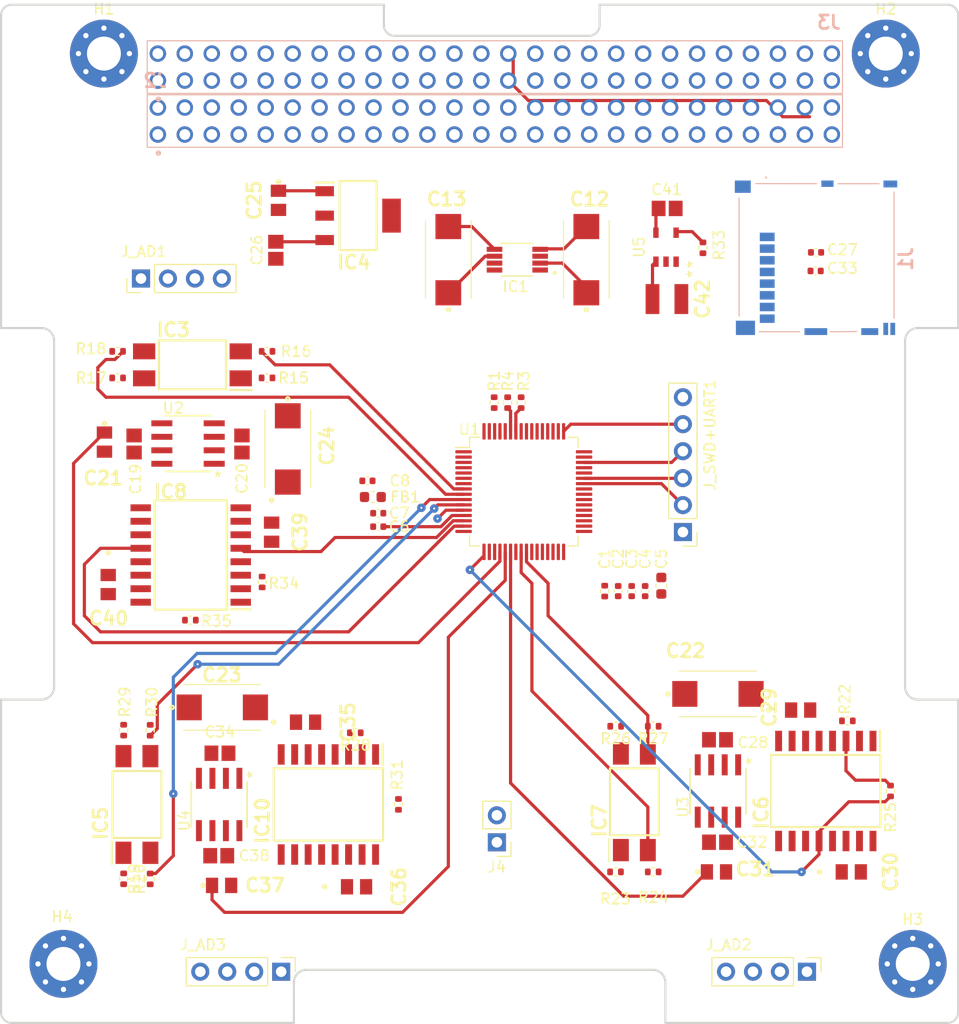
<source format=kicad_pcb>
(kicad_pcb (version 20240108) (generator "pcbnew") (generator_version "8.0")
  (layers (0 "F.Cu" signal) (1 "In1.Cu" power "GND.Cu") (2 "In2.Cu" power "PWR.Cu") (31 "B.Cu" signal) (34 "B.Paste" user) (35 "F.Paste" user) (36 "B.SilkS" user "B.Silkscreen") (37 "F.SilkS" user "F.Silkscreen") (38 "B.Mask" user) (39 "F.Mask" user) (44 "Edge.Cuts" user))
  (net 0 "")
  (net 1 "GND")
  (net 2 "Net-(U1-VDDA)")
  (net 3 "/NRST")
  (net 4 "/HSE_OSC_OUT")
  (net 5 "/HSE_OSC_IN")
  (net 6 "+5V_EXT")
  (net 7 "/SPI2_CS_NSS")
  (net 8 "/SPI2_MOSI")
  (net 9 "/SPI2_SCK")
  (net 10 "/SPI2_MISO")
  (net 11 "ADC1_IN11_OPTO_E_NOSHD")
  (net 13 "/USART1_TX")
  (net 14 "/USART1_RX")
  (net 15 "/SWDIO")
  (net 16 "/SWCLK")
  (net 17 "/BOOT0")
  (net 18 "OBC_I2C_SCL")
  (net 19 "OBC_I2C_SDA")
  (net 23 "-5V Output")
  (net 58 "Net-(C12-+)")
  (net 59 "Net-(C12--)")
  (net 60 "+5V")
  (net 63 "ADC1_IN4_VREF_NOSHD")
  (net 64 "Net-(IC5-AK)")
  (net 65 "Net-(IC5-C)")
  (net 66 "Net-(IC3-AK)")
  (net 100 "ADC1_IN10_OPTO_F_NOSHD")
  (net 101 "Net-(IC3-C)")
  (net 102 "ADC1_IN12_OPTO_F_MEL")
  (net 103 "ADC1_IN13_OPTO_E_MEL")
  (net 104 "ADC1_IN0_SINE")
  (net 106 "ADC1_IN2_OPAMP_MEL")
  (net 107 "ADC1_IN3_OPAMP_AL")
  (net 109 "ADC1_IN5_VREF_MEL")
  (net 110 "ADC1_IN6_VREF_AL")
  (net 111 "ADC1_IN7_VREG_NOSHD")
  (net 112 "ADC1_IN14_OPTO_F_AL")
  (net 113 "Net-(IC6--IN)")
  (net 114 "ADC1_IN8_VREG_MEL")
  (net 115 "ADC1_IN9_VREG_AL")
  (net 116 "3.3V Output")
  (net 127 "Net-(IC7-AK)")
  (net 128 "ADC1_IN15_OPTO_E_AL")
  (net 129 "Net-(IC7-C)")
  (net 132 "Net-(IC8--IN)")
  (net 139 "ADC1_IN1_OPAMP_NOSHD")
  (net 145 "Net-(IC10--IN)")
  (net 163 "Net-(U5-EN{slash}*EN)")
  (net 164 "MOSFET_CONTROL")
  (net 218 "SIG_SQUARE")
  (footprint "Resistor_SMD:R_0402_1005Metric" (layer "F.Cu") (at 110.386 109.574)
    (property "Reference" "R35")
    (property "Value" "1k")
  )
  (footprint "Resistor_SMD:R_0402_1005Metric" (layer "F.Cu") (at 153.99 119.568 180)
    (property "Reference" "R27")
    (property "Value" "100")
  )
  (footprint "Resistor_SMD:R_0402_1005Metric" (layer "F.Cu") (at 117.146 105.981 90)
    (property "Reference" "R34")
    (property "Value" "100k")
  )
  (footprint "Inductor_SMD:L_0603_1608Metric" (layer "F.Cu") (at 127.576 97.978 180)
    (property "Reference" "FB1")
    (property "Value" "FerriteBead")
  )
  (footprint "capstone:SOP254P1016X385-4N-FOD" (layer "F.Cu") (at 105.351 126.934 90)
    (property "Reference" "IC5")
    (property "Value" "FOD814_OPTO_MEL" (hide yes))
  )
  (footprint "capstone:CAPC220145_88N_KEM-0.1u" (layer "F.Cu") (at 113.171201 122.108)
    (property "Reference" "C34")
    (property "Value" "0.1u")
  )
  (footprint "Resistor_SMD:R_0402_1005Metric" (layer "F.Cu") (at 153.99 133.284)
    (property "Reference" "R24")
    (property "Value" "47")
  )
  (footprint "Connector_PinHeader_2.54mm:PinHeader_1x02_P2.54mm_Vertical" (layer "F.Cu") (at 139.26 130.495 180)
    (property "Reference" "J4")
    (property "Value" "Conn_01x02")
  )
  (footprint "capstone:T495D" (layer "F.Cu") (at 119.562 93.451402 -90)
    (property "Reference" "C24")
    (property "Value" "10u" (hide yes))
  )
  (footprint "capstone:CAPC220145_88N_KEM-0.1u" (layer "F.Cu") (at 113.057201 131.76)
    (property "Reference" "C38")
    (property "Value" "0.1u")
  )
  (footprint "capstone:C0805-0.22u" (layer "F.Cu") (at 118.038 101.291 -90)
    (property "Reference" "C39")
    (property "Value" "0.22u" (hide yes))
  )
  (footprint "Resistor_SMD:R_0402_1005Metric" (layer "F.Cu") (at 117.608 86.762)
    (property "Reference" "R15")
    (property "Value" "820")
  )
  (footprint "Resistor_SMD:R_0402_1005Metric" (layer "F.Cu") (at 129.989 126.924 90)
    (property "Reference" "R31")
    (property "Value" "1k")
  )
  (footprint "capstone:C0805-1u" (layer "F.Cu") (at 102.29 92.805402 -90)
    (property "Reference" "C21")
    (property "Value" "1u" (hide yes))
  )
  (footprint "capstone:CAPC220145_88N_KEM-0.1u" (layer "F.Cu") (at 118.436 74.740799 -90)
    (property "Reference" "C26")
    (property "Value" "0.1u")
  )
  (footprint "Resistor_SMD:R_0402_1005Metric" (layer "F.Cu") (at 172.282 119.06 180)
    (property "Reference" "R22")
    (property "Value" "100k")
  )
  (footprint "capstone:CAPC220145_88N_KEM-0.1u" (layer "F.Cu") (at 160.047201 130.49)
    (property "Reference" "C32")
    (property "Value" "0.1u")
  )
  (footprint "capstone:C0805-0.22u" (layer "F.Cu") (at 102.646 106.224 -90)
    (property "Reference" "C40")
    (property "Value" "0.22u" (hide yes))
  )
  (footprint "Resistor_SMD:R_0402_1005Metric" (layer "F.Cu") (at 103.53 86.762 180)
    (property "Reference" "R17")
    (property "Value" "100")
  )
  (footprint "capstone:R_8_ADI-REF" (layer "F.Cu") (at 160.088 125.664 -90)
    (property "Reference" "U3")
    (property "Value" "REF192_AL")
  )
  (footprint "Connector_PinHeader_2.54mm:PinHeader_1x04_P2.54mm_Vertical" (layer "F.Cu") (at 118.94 142.682 -90)
    (property "Reference" "J_AD3")
    (property "Value" "Conn_01x04")
  )
  (footprint "Resistor_SMD:R_0402_1005Metric" (layer "F.Cu") (at 149.42 106.84 90)
    (property "Reference" "C1")
    (property "Value" "100n")
  )
  (footprint "Resistor_SMD:R_0402_1005Metric" (layer "F.Cu") (at 150.438 133.284 180)
    (property "Reference" "R23")
    (property "Value" "820")
  )
  (footprint "Resistor_SMD:R_0402_1005Metric" (layer "F.Cu") (at 125.923 120.184 180)
    (property "Reference" "R28")
    (property "Value" "100k")
  )
  (footprint "Capacitor_SMD:C_0402_1005Metric" (layer "F.Cu") (at 151.96 106.84 90)
    (property "Reference" "C3")
    (property "Value" "100n")
  )
  (footprint "Capacitor_SMD:C_0402_1005Metric" (layer "F.Cu") (at 127.068 96.454)
    (property "Reference" "C8")
    (property "Value" "1u")
  )
  (footprint "Package_QFP:LQFP-64_10x10mm_P0.5mm" (layer "F.Cu") (at 141.8 97.47)
    (property "Reference" "U1")
    (property "Value" "STM32F103RBTx")
  )
  (footprint "Capacitor_SMD:C_0402_1005Metric" (layer "F.Cu") (at 128.084 99.502 180)
    (property "Reference" "C7")
    (property "Value" "1u")
  )
  (footprint "capstone:T495D" (layer "F.Cu") (at 147.688 75.626 90)
    (property "Reference" "C12")
    (property "Value" "10u" (hide yes))
  )
  (footprint "capstone:R_8_ADI-REF" (layer "F.Cu") (at 110.164 92.943402 180)
    (property "Reference" "U2")
    (property "Value" "REF192_NOSHD")
  )
  (footprint "Resistor_SMD:R_0402_1005Metric" (layer "F.Cu") (at 139.006 89.09 90)
    (property "Reference" "R1")
    (property "Value" "2.2k")
  )
  (footprint "Resistor_SMD:R_0402_1005Metric" (layer "F.Cu") (at 106.601 119.944 -90)
    (property "Reference" "R30")
    (property "Value" "100")
  )
  (footprint "Resistor_SMD:R_0402_1005Metric" (layer "F.Cu") (at 150.454 119.568 180)
    (property "Reference" "R26")
    (property "Value" "100")
  )
  (footprint "Capacitor_SMD:C_0402_1005Metric" (layer "F.Cu") (at 169.33 74.94)
    (property "Reference" "C27")
    (property "Value" "100n")
  )
  (footprint "capstone:C0805" (layer "F.Cu") (at 118.686 70.038 -90)
    (property "Reference" "C25")
    (property "Value" "0.33u" (hide yes))
  )
  (footprint "MountingHole:MountingHole_3.2mm_M3_Pad_Via" (layer "F.Cu") (at 178.44 141.95)
    (property "Reference" "H3")
    (property "Value" "MountingHole_Pad" (hide yes))
  )
  (footprint "capstone:T495D" (layer "F.Cu") (at 134.688 75.626 90)
    (property "Reference" "C13")
    (property "Value" "10u" (hide yes))
  )
  (footprint "MountingHole:MountingHole_3.2mm_M3_Pad_Via" (layer "F.Cu") (at 98.43 141.95)
    (property "Reference" "H4")
    (property "Value" "MountingHole_Pad" (hide yes))
  )
  (footprint "capstone:SOP65P490X110-8N-actual" (layer "F.Cu") (at 141.188 75.626 180)
    (property "Reference" "IC1")
    (property "Value" "TL7660IDGKR")
  )
  (footprint "capstone:CAPC3225X280N_150U" (layer "F.Cu") (at 155.282002 79.336)
    (property "Reference" "C42")
    (property "Value" "150u" (hide yes))
  )
  (footprint "MountingHole:MountingHole_3.2mm_M3_Pad_Via" (layer "F.Cu") (at 102.24 56.22)
    (property "Reference" "H1")
    (property "Value" "MountingHole_Pad" (hide yes))
  )
  (footprint "capstone:CAPC220145_88N_KEM-0.1u" (layer "F.Cu") (at 160.047201 120.838)
    (property "Reference" "C28")
    (property "Value" "0.1u")
  )
  (footprint "capstone:SOIC127P1032X265-16N-AD844" (layer "F.Cu") (at 123.385 126.934 -90)
    (property "Reference" "IC10")
    (property "Value" "AD844_OPAMP_MEL" (hide yes))
  )
  (footprint "Resistor_SMD:R_0402_1005Metric" (layer "F.Cu") (at 106.601 133.944 -90)
    (property "Reference" "R20")
    (property "Value" "47")
  )
  (footprint "capstone:SOIC127P1032X265-16N-AD844" (layer "F.Cu") (at 110.418 103.439 180)
    (property "Reference" "IC8")
    (property "Value" "AD844_OPAMP_NOSHD" (hide yes))
  )
  (footprint "Resistor_SMD:R_0402_1005Metric" (layer "F.Cu") (at 141.546 89.09 -90)
    (property "Reference" "R3")
    (property "Value" "2.2k")
  )
  (footprint "Capacitor_SMD:C_0402_1005Metric" (layer "F.Cu") (at 150.69 106.84 90)
    (property "Reference" "C2")
    (property "Value" "100n")
  )
  (footprint "capstone:T495D" (layer "F.Cu") (at 113.394 117.79)
    (property "Reference" "C23")
    (property "Value" "10u" (hide yes))
  )
  (footprint "capstone:CAPC220145_88N_KEM-0.1u" (layer "F.Cu") (at 155.302799 70.8)
    (property "Reference" "C41")
    (property "Value" "0.1u")
  )
  (footprint "Resistor_SMD:R_0402_1005Metric" (layer "F.Cu") (at 104.101 133.934 -90)
    (property "Reference" "R19")
    (property "Value" "820")
  )
  (footprint "Resistor_SMD:R_0402_1005Metric" (layer "F.Cu") (at 117.608 84.262)
    (property "Reference" "R16")
    (property "Value" "47")
  )
  (footprint "Resistor_SMD:R_0402_1005Metric" (layer "F.Cu") (at 176.344 125.664 90)
    (property "Reference" "R25")
    (property "Value" "1k")
  )
  (footprint "Resistor_SMD:R_0402_1005Metric" (layer "F.Cu") (at 158.674002 74.51 90)
    (property "Reference" "R33")
    (property "Value" "200")
  )
  (footprint "capstone:SOT230P700X180-4N" (layer "F.Cu") (at 126.186 71.478893)
    (property "Reference" "IC4")
    (property "Value" "UA78M33CDCYG3" (hide yes))
  )
  (footprint "capstone:R_8_ADI-REF" (layer "F.Cu") (at 113.098 126.934 -90)
    (property "Reference" "U4")
    (property "Value" "REF192_MEL")
  )
  (footprint "capstone:SOP254P1016X385-4N-FOD" (layer "F.Cu") (at 110.58 85.532 180)
    (property "Reference" "IC3")
    (property "Value" "FOD814_OPTO_NOSHD" (hide yes))
  )
  (footprint "Resistor_SMD:R_0402_1005Metric" (layer "F.Cu") (at 104.101 119.934 90)
    (property "Reference" "R29")
    (property "Value" "100")
  )
  (footprint "Connector_PinHeader_2.54mm:PinHeader_1x04_P2.54mm_Vertical" (layer "F.Cu") (at 168.47 142.682 -90)
    (property "Reference" "J_AD2")
    (property "Value" "Conn_01x04")
  )
  (footprint "capstone:SOIC127P1032X265-16N-AD844" (layer "F.Cu") (at 170.248 125.664 -90)
    (property "Reference" "IC6")
    (property "Value" "AD844_OPAMP_AL" (hide yes))
  )
  (footprint "capstone:T495D" (layer "F.Cu") (at 160.088 116.52)
    (property "Reference" "C22")
    (property "Value" "10u" (hide yes))
  )
  (footprint "Connector_PinHeader_2.54mm:PinHeader_1x04_P2.54mm_Vertical" (layer "F.Cu") (at 105.732 77.404 90)
    (property "Reference" "J_AD1")
    (property "Value" "Conn_01x04")
  )
  (footprint "capstone:DBV5_TEX_MF" (layer "F.Cu") (at 155.196001 74.45125 90)
    (property "Reference" "U5")
    (property "Value" "TPS2069CDBVR_MOSFET")
  )
  (footprint "Connector_PinHeader_2.54mm:PinHeader_1x06_P2.54mm_Vertical" (layer "F.Cu") (at 156.786 101.28 180)
    (property "Reference" "J_SWD+UART1")
    (property "Value" "Conn_01x06")
  )
  (footprint "capstone:SOP254P1016X385-4N-FOD" (layer "F.Cu") (at 152.214 126.68 90)
    (property "Reference" "IC7")
    (property "Value" "FOD814_OPTO_AL" (hide yes))
  )
  (footprint "MountingHole:MountingHole_3.2mm_M3_Pad_Via" (layer "F.Cu") (at 175.9 56.22)
    (property "Reference" "H2")
    (property "Value" "MountingHole_Pad" (hide yes))
  )
  (footprint "capstone:C0805-0.22u" (layer "F.Cu") (at 167.879 118.044)
    (property "Reference" "C29")
    (property "Value" "0.22u" (hide yes))
  )
  (footprint "Capacitor_SMD:C_0402_1005Metric" (layer "F.Cu") (at 128.084 100.772 180)
    (property "Reference" "C6")
    (property "Value" "100n")
  )
  (footprint "Capacitor_SMD:C_0603_1608Metric" (layer "F.Cu") (at 154.754 106.331 90)
    (property "Reference" "C5")
    (property "Value" "10u")
  )
  (footprint "capstone:CAPC220145_88N_KEM-0.1u" (layer "F.Cu") (at 115.244 92.984201 -90)
    (property "Reference" "C20")
    (property "Value" "0.1u")
  )
  (footprint "capstone:C0805-1u" (layer "F.Cu") (at 159.95 133.284)
    (property "Reference" "C31")
    (property "Value" "1u" (hide yes))
  )
  (footprint "capstone:CAPC220145_88N_KEM-0.1u" (layer "F.Cu") (at 105.084 92.984201 -90)
    (property "Reference" "C19")
    (property "Value" "0.1u")
  )
  (footprint "capstone:C0805-0.22u" (layer "F.Cu") (at 121.237 119.184)
    (property "Reference" "C35")
    (property "Value" "0.22u" (hide yes))
  )
  (footprint "Capacitor_SMD:C_0402_1005Metric" (layer "F.Cu") (at 153.23 106.84 90)
    (property "Reference" "C4")
    (property "Value" "100n")
  )
  (footprint "capstone:C0805-0.22u" (layer "F.Cu") (at 126.041 134.684)
    (property "Reference" "C36")
    (property "Value" "0.22u" (hide yes))
  )
  (footprint "Resistor_SMD:R_0402_1005Metric" (layer "F.Cu") (at 140.276 89.09 -90)
    (property "Reference" "R4")
    (property "Value" "2.2k")
  )
  (footprint "Capacitor_SMD:C_0402_1005Metric" (layer "F.Cu") (at 169.29 76.69)
    (property "Reference" "C33")
    (property "Value" "1u")
  )
  (footprint "capstone:C0805-0.22u" (layer "F.Cu") (at 172.65 133.284)
    (property "Reference" "C30")
    (property "Value" "0.22u" (hide yes))
  )
  (footprint "capstone:C0805-1u" (layer "F.Cu") (at 113.328 134.554)
    (property "Reference" "C37")
    (property "Value" "1u" (hide yes))
  )
  (footprint "Resistor_SMD:R_0402_1005Metric" (layer "F.Cu") (at 103.53 84.262)
    (property "Reference" "R18")
    (property "Value" "100")
  )
  (footprint "capstone:ESQ-126-Y-X-D" (layer "B.Cu") (at 107.32 63.84 180)
    (property "Reference" "J2")
    (property "Value" "ESQ-126-39-L-D" (hide yes))
  )
  (footprint "capstone:ESQ-126-Y-X-D" (layer "B.Cu") (at 107.32 58.76 180)
    (property "Reference" "J3")
    (property "Value" "ESQ-126-39-L-D" (hide yes))
  )
  (footprint "capstone:22017781" (layer "B.Cu") (at 169.38 77.3575 90)
    (property "Reference" "J1")
    (property "Value" "Micro_SD_Card" (hide yes))
  )
  (gr_line (start 182.72 117.06) (end 182.72 146.505) (stroke (width 0.2)) (layer "Edge.Cuts"))
  (gr_arc (start 148.94 53.545) (mid 148.647107 54.252107) (end 147.94 54.545) (stroke (width 0.2)) (layer "Edge.Cuts"))
  (gr_line (start 96.35 117.06) (end 92.55 117.06) (stroke (width 0.2)) (layer "Edge.Cuts"))
  (gr_arc (start 93.55 147.505) (mid 92.842893 147.212107) (end 92.55 146.505) (stroke (width 0.2)) (layer "Edge.Cuts"))
  (gr_line (start 92.55 82.06) (end 92.55 52.615) (stroke (width 0.2)) (layer "Edge.Cuts"))
  (gr_arc (start 97.55 115.86) (mid 97.19517 116.70517) (end 96.35 117.06) (stroke (width 0.2)) (layer "Edge.Cuts"))
  (gr_line (start 147.94 54.545) (end 129.62 54.545) (stroke (width 0.2)) (layer "Edge.Cuts"))
  (gr_line (start 178.92 117.06) (end 182.72 117.06) (stroke (width 0.2)) (layer "Edge.Cuts"))
  (gr_line (start 120.135 147.505) (end 93.55 147.505) (stroke (width 0.2)) (layer "Edge.Cuts"))
  (gr_arc (start 178.92 117.059959) (mid 178.071904 116.704554) (end 177.72 115.855) (stroke (width 0.2)) (layer "Edge.Cuts"))
  (gr_line (start 93.55 51.615) (end 128.62 51.615) (stroke (width 0.2)) (layer "Edge.Cuts"))
  (gr_arc (start 182.72 146.505) (mid 182.427107 147.212107) (end 181.72 147.505) (stroke (width 0.2)) (layer "Edge.Cuts"))
  (gr_line (start 128.62 53.545) (end 128.62 51.615) (stroke (width 0.2)) (layer "Edge.Cuts"))
  (gr_line (start 182.72 52.615) (end 182.72 82.06) (stroke (width 0.2)) (layer "Edge.Cuts"))
  (gr_line (start 177.72 83.255) (end 177.72 115.855) (stroke (width 0.2)) (layer "Edge.Cuts"))
  (gr_arc (start 181.72 51.615) (mid 182.427107 51.907893) (end 182.72 52.615) (stroke (width 0.2)) (layer "Edge.Cuts"))
  (gr_line (start 182.72 82.06) (end 178.92 82.06) (stroke (width 0.2)) (layer "Edge.Cuts"))
  (gr_arc (start 153.94 142.505) (mid 154.786028 142.857507) (end 155.135 143.705) (stroke (width 0.2)) (layer "Edge.Cuts"))
  (gr_arc (start 120.135 143.705) (mid 120.488972 142.855436) (end 121.34 142.505) (stroke (width 0.2)) (layer "Edge.Cuts"))
  (gr_line (start 148.94 51.615) (end 148.94 53.545) (stroke (width 0.2)) (layer "Edge.Cuts"))
  (gr_line (start 97.55 115.86) (end 97.55 83.26) (stroke (width 0.2)) (layer "Edge.Cuts"))
  (gr_line (start 155.135 147.505) (end 155.135 143.705) (stroke (width 0.2)) (layer "Edge.Cuts"))
  (gr_arc (start 177.72 83.255) (mid 178.072507 82.408972) (end 178.92 82.06) (stroke (width 0.2)) (layer "Edge.Cuts"))
  (gr_line (start 120.135 143.705) (end 120.135 147.505) (stroke (width 0.2)) (layer "Edge.Cuts"))
  (gr_line (start 181.72 147.505) (end 155.135 147.505) (stroke (width 0.2)) (layer "Edge.Cuts"))
  (gr_line (start 92.55 82.06) (end 96.35 82.06) (stroke (width 0.2)) (layer "Edge.Cuts"))
  (gr_line (start 92.55 146.505) (end 92.55 117.06) (stroke (width 0.2)) (layer "Edge.Cuts"))
  (gr_arc (start 96.332964 82.060084) (mid 97.190768 82.407215) (end 97.55 83.26) (stroke (width 0.2)) (layer "Edge.Cuts"))
  (gr_line (start 153.94 142.505) (end 121.34 142.505) (stroke (width 0.2)) (layer "Edge.Cuts"))
  (gr_arc (start 92.55 52.615) (mid 92.842893 51.907893) (end 93.55 51.615) (stroke (width 0.2)) (layer "Edge.Cuts"))
  (gr_arc (start 129.62 54.545) (mid 128.912893 54.252107) (end 128.62 53.545) (stroke (width 0.2)) (layer "Edge.Cuts"))
  (gr_line (start 148.94 51.615) (end 181.72 51.615) (stroke (width 0.2)) (layer "Edge.Cuts"))
  (segment (start 134.688 78.746) (end 134.718 78.746) (width 0.3) (layer "F.Cu") (net 1))
  (segment (start 134.462 99.22) (end 133.672 100.01) (width 0.3) (layer "F.Cu") (net 1))
  (segment (start 134.718 78.746) (end 138.163 75.301) (width 0.3) (layer "F.Cu") (net 1))
  (segment (start 138.163 75.301) (end 139.038 75.301) (width 0.3) (layer "F.Cu") (net 1))
  (segment (start 136.125 99.22) (end 134.462 99.22) (width 0.3) (layer "F.Cu") (net 1))
  (via (at 133.672 100.01) (size 0.8) (drill 0.2) (layers "F.Cu" "B.Cu") (net 1))
  (segment (start 133.989219 100.772) (end 128.564 100.772) (width 0.3) (layer "F.Cu") (net 2))
  (segment (start 135.041219 99.72) (end 133.989219 100.772) (width 0.3) (layer "F.Cu") (net 2))
  (segment (start 136.125 99.72) (end 135.041219 99.72) (width 0.3) (layer "F.Cu") (net 2))
  (segment (start 154.246 73.086) (end 154.246 71.054) (width 0.3) (layer "F.Cu") (net 6))
  (segment (start 164.66 60.64) (end 142.231786 60.64) (width 0.3) (layer "F.Cu") (net 6))
  (segment (start 142.231786 60.64) (end 140.798893 59.207107) (width 0.3) (layer "F.Cu") (net 6))
  (segment (start 154.246 71.054) (end 154.5 70.8) (width 0.3) (layer "F.Cu") (net 6))
  (segment (start 118.686 69.138) (end 122.995107 69.138) (width 0.3) (layer "F.Cu") (net 6))
  (segment (start 122.995107 69.138) (end 123.036 69.178893) (width 0.3) (layer "F.Cu") (net 6))
  (segment (start 140.798893 56.667107) (end 140.798893 59.207107) (width 0.3) (layer "F.Cu") (net 6))
  (segment (start 166.184 62.164) (end 168.724 62.164) (width 0.3) (layer "F.Cu") (net 6))
  (segment (start 166.184 62.164) (end 164.66 60.64) (width 0.3) (layer "F.Cu") (net 6))
  (segment (start 125.29 88.58) (end 102.43 88.58) (width 0.3) (layer "F.Cu") (net 11))
  (segment (start 102.43 85.024) (end 103.278 85.024) (width 0.3) (layer "F.Cu") (net 11))
  (segment (start 101.668 87.818) (end 101.668 85.786) (width 0.3) (layer "F.Cu") (net 11))
  (segment (start 102.43 88.58) (end 101.668 87.818) (width 0.3) (layer "F.Cu") (net 11))
  (segment (start 103.278 85.024) (end 104.04 84.262) (width 0.3) (layer "F.Cu") (net 11))
  (segment (start 101.668 85.786) (end 102.43 85.024) (width 0.3) (layer "F.Cu") (net 11))
  (segment (start 134.43 97.72) (end 125.29 88.58) (width 0.3) (layer "F.Cu") (net 11))
  (segment (start 136.125 97.72) (end 134.43 97.72) (width 0.3) (layer "F.Cu") (net 11))
  (segment (start 156.786 98.74) (end 154.766 96.72) (width 0.3) (layer "F.Cu") (net 13))
  (segment (start 154.766 96.72) (end 147.475 96.72) (width 0.3) (layer "F.Cu") (net 13))
  (segment (start 156.766 96.22) (end 147.475 96.22) (width 0.3) (layer "F.Cu") (net 14))
  (segment (start 156.786 96.2) (end 156.766 96.22) (width 0.3) (layer "F.Cu") (net 14))
  (segment (start 156.786 93.66) (end 155.726 94.72) (width 0.3) (layer "F.Cu") (net 15))
  (segment (start 155.726 94.72) (end 147.475 94.72) (width 0.3) (layer "F.Cu") (net 15))
  (segment (start 156.786 91.12) (end 146.225 91.12) (width 0.3) (layer "F.Cu") (net 16))
  (segment (start 146.225 91.12) (end 145.55 91.795) (width 0.3) (layer "F.Cu") (net 16))
  (segment (start 141.05 91.795) (end 141.05 90.096) (width 0.3) (layer "F.Cu") (net 18))
  (segment (start 141.05 90.096) (end 141.546 89.6) (width 0.3) (layer "F.Cu") (net 18))
  (segment (start 140.55 89.874) (end 140.276 89.6) (width 0.3) (layer "F.Cu") (net 19))
  (segment (start 140.55 91.795) (end 140.55 89.874) (width 0.3) (layer "F.Cu") (net 19))
  (segment (start 136.893 72.506) (end 139.038 74.651) (width 0.3) (layer "F.Cu") (net 23))
  (segment (start 134.688 72.506) (end 136.893 72.506) (width 0.3) (layer "F.Cu") (net 23))
  (segment (start 145.427 75.951) (end 147.688 78.212) (width 0.3) (layer "F.Cu") (net 58))
  (segment (start 147.688 78.212) (end 147.688 78.746) (width 0.3) (layer "F.Cu") (net 58))
  (segment (start 143.338 75.951) (end 145.427 75.951) (width 0.3) (layer "F.Cu") (net 58))
  (segment (start 143.379 74.61) (end 145.584 74.61) (width 0.3) (layer "F.Cu") (net 59))
  (segment (start 145.584 74.61) (end 147.688 72.506) (width 0.3) (layer "F.Cu") (net 59))
  (segment (start 143.338 74.651) (end 143.379 74.61) (width 0.3) (layer "F.Cu") (net 59))
  (segment (start 153.922002 79.336) (end 153.922002 76.140498) (width 0.3) (layer "F.Cu") (net 60))
  (segment (start 153.922002 76.140498) (end 154.246 75.8165) (width 0.3) (layer "F.Cu") (net 60))
  (segment (start 139.55 103.145) (end 139.55 104.021041) (width 0.3) (layer "F.Cu") (net 63))
  (segment (start 139.55 104.021041) (end 131.877041 111.694) (width 0.3) (layer "F.Cu") (net 63))
  (segment (start 99.382 109.916) (end 99.382 94.813402) (width 0.3) (layer "F.Cu") (net 63))
  (segment (start 99.382 94.813402) (end 102.29 91.905402) (width 0.3) (layer "F.Cu") (net 63))
  (segment (start 131.877041 111.694) (end 101.16 111.694) (width 0.3) (layer "F.Cu") (net 63))
  (segment (start 101.16 111.694) (end 99.382 109.916) (width 0.3) (layer "F.Cu") (net 63))
  (segment (start 118.368 85.532) (end 117.098 84.262) (width 0.3) (layer "F.Cu") (net 100))
  (segment (start 135.2 97.22) (end 123.512 85.532) (width 0.3) (layer "F.Cu") (net 100))
  (segment (start 136.125 97.22) (end 135.2 97.22) (width 0.3) (layer "F.Cu") (net 100))
  (segment (start 123.512 85.532) (end 118.368 85.532) (width 0.3) (layer "F.Cu") (net 100))
  (segment (start 107.106 133.434) (end 106.601 133.434) (width 0.3) (layer "F.Cu") (net 102))
  (segment (start 108.78 125.918) (end 108.78 131.76) (width 0.3) (layer "F.Cu") (net 102))
  (segment (start 136.125 98.22) (end 132.922 98.22) (width 0.3) (layer "F.Cu") (net 102))
  (segment (start 132.922 98.22) (end 132.148 98.994) (width 0.3) (layer "F.Cu") (net 102))
  (segment (start 108.78 131.76) (end 107.106 133.434) (width 0.3) (layer "F.Cu") (net 102))
  (via (at 108.78 125.918) (size 0.8) (drill 0.2) (layers "F.Cu" "B.Cu") (net 102))
  (via (at 132.148 98.994) (size 0.8) (drill 0.2) (layers "F.Cu" "B.Cu") (net 102))
  (segment (start 108.78 114.951339) (end 108.78 125.918) (width 0.3) (layer "B.Cu") (net 102))
  (segment (start 118.432 112.71) (end 111.021339 112.71) (width 0.3) (layer "B.Cu") (net 102))
  (segment (start 111.021339 112.71) (end 108.78 114.951339) (width 0.3) (layer "B.Cu") (net 102))
  (segment (start 132.148 98.994) (end 118.432 112.71) (width 0.3) (layer "B.Cu") (net 102))
  (segment (start 107.271 119.784) (end 106.601 120.454) (width 0.3) (layer "F.Cu") (net 103))
  (segment (start 136.125 98.72) (end 133.697719 98.72) (width 0.3) (layer "F.Cu") (net 103))
  (segment (start 107.271 117.521) (end 107.271 119.784) (width 0.3) (layer "F.Cu") (net 103))
  (segment (start 111.066 113.726) (end 107.271 117.521) (width 0.3) (layer "F.Cu") (net 103))
  (segment (start 133.697719 98.72) (end 133.35593 99.061789) (width 0.3) (layer "F.Cu") (net 103))
  (via (at 111.066 113.726) (size 0.8) (drill 0.2) (layers "F.Cu" "B.Cu") (net 103))
  (via (at 133.35593 99.061789) (size 0.8) (drill 0.2) (layers "F.Cu" "B.Cu") (net 103))
  (segment (start 118.691719 113.726) (end 111.066 113.726) (width 0.3) (layer "B.Cu") (net 103))
  (segment (start 133.35593 99.061789) (end 118.691719 113.726) (width 0.3) (layer "B.Cu") (net 103))
  (segment (start 136.125 100.22) (end 135.145089 100.22) (width 0.3) (layer "F.Cu") (net 104))
  (segment (start 135.145089 100.22) (end 133.577089 101.788) (width 0.3) (layer "F.Cu") (net 104))
  (segment (start 133.577089 101.788) (end 124.02 101.788) (width 0.3) (layer "F.Cu") (net 104))
  (segment (start 122.692 103.116) (end 115.442 103.116) (width 0.3) (layer "F.Cu") (net 104))
  (segment (start 115.442 103.116) (end 115.13 102.804) (width 0.3) (layer "F.Cu") (net 104))
  (segment (start 124.02 101.788) (end 122.692 103.116) (width 0.3) (layer "F.Cu") (net 104))
  (segment (start 169.613 129.4845) (end 172.4175 126.68) (width 0.3) (layer "F.Cu") (net 107))
  (segment (start 167.962 133.284) (end 169.613 131.633) (width 0.3) (layer "F.Cu") (net 107))
  (segment (start 175.838 126.68) (end 176.344 126.174) (width 0.3) (layer "F.Cu") (net 107))
  (segment (start 138.05 103.506) (end 136.72 104.836) (width 0.3) (layer "F.Cu") (net 107))
  (segment (start 138.05 103.145) (end 138.05 103.506) (width 0.3) (layer "F.Cu") (net 107))
  (segment (start 172.4175 126.68) (end 175.838 126.68) (width 0.3) (layer "F.Cu") (net 107))
  (segment (start 169.613 130.376) (end 169.613 129.4845) (width 0.3) (layer "F.Cu") (net 107))
  (segment (start 169.613 131.633) (end 169.613 130.376) (width 0.3) (layer "F.Cu") (net 107))
  (via (at 167.962 133.284) (size 0.8) (drill 0.2) (layers "F.Cu" "B.Cu") (net 107))
  (via (at 136.72 104.836) (size 0.8) (drill 0.2) (layers "F.Cu" "B.Cu") (net 107))
  (segment (start 136.72 104.836) (end 165.168 133.284) (width 0.3) (layer "B.Cu") (net 107))
  (segment (start 165.168 133.284) (end 167.962 133.284) (width 0.3) (layer "B.Cu") (net 107))
  (segment (start 130.37 137.094) (end 113.606 137.094) (width 0.3) (layer "F.Cu") (net 109))
  (segment (start 140.05 103.145) (end 140.05 105.824) (width 0.3) (layer "F.Cu") (net 109))
  (segment (start 140.05 105.824) (end 134.688 111.186) (width 0.3) (layer "F.Cu") (net 109))
  (segment (start 113.606 137.094) (end 112.428 135.916) (width 0.3) (layer "F.Cu") (net 109))
  (segment (start 134.688 111.186) (end 134.688 132.776) (width 0.3) (layer "F.Cu") (net 109))
  (segment (start 112.428 135.916) (end 112.428 134.554) (width 0.3) (layer "F.Cu") (net 109))
  (segment (start 134.688 132.776) (end 130.37 137.094) (width 0.3) (layer "F.Cu") (net 109))
  (segment (start 159.05 133.306) (end 156.786 135.57) (width 0.3) (layer "F.Cu") (net 110))
  (segment (start 156.786 135.57) (end 151.208106 135.57) (width 0.3) (layer "F.Cu") (net 110))
  (segment (start 159.05 133.284) (end 159.05 133.306) (width 0.3) (layer "F.Cu") (net 110))
  (segment (start 140.55 124.911894) (end 140.55 103.145) (width 0.3) (layer "F.Cu") (net 110))
  (segment (start 151.208106 135.57) (end 140.55 124.911894) (width 0.3) (layer "F.Cu") (net 110))
  (segment (start 142.562 116.248) (end 153.484 127.17) (width 0.3) (layer "F.Cu") (net 112))
  (segment (start 153.484 127.17) (end 153.484 131.23) (width 0.3) (layer "F.Cu") (net 112))
  (segment (start 141.55 103.145) (end 141.55 105.094) (width 0.3) (layer "F.Cu") (net 112))
  (segment (start 142.562 106.106) (end 142.562 116.248) (width 0.3) (layer "F.Cu") (net 112))
  (segment (start 141.55 105.094) (end 142.562 106.106) (width 0.3) (layer "F.Cu") (net 112))
  (segment (start 176.344 125.154) (end 176.342 125.154) (width 0.3) (layer "F.Cu") (net 113))
  (segment (start 172.153 123.759) (end 172.153 120.952) (width 0.3) (layer "F.Cu") (net 113))
  (segment (start 173.042 124.648) (end 172.153 123.759) (width 0.3) (layer "F.Cu") (net 113))
  (segment (start 176.342 125.154) (end 175.836 124.648) (width 0.3) (layer "F.Cu") (net 113))
  (segment (start 175.836 124.648) (end 173.042 124.648) (width 0.3) (layer "F.Cu") (net 113))
  (segment (start 122.876893 73.938) (end 123.036 73.778893) (width 0.3) (layer "F.Cu") (net 116))
  (segment (start 118.436 73.938) (end 122.876893 73.938) (width 0.3) (layer "F.Cu") (net 116))
  (segment (start 153.48 118.548) (end 153.48 119.568) (width 0.3) (layer "F.Cu") (net 128))
  (segment (start 144.086 106.106) (end 144.086 109.154) (width 0.3) (layer "F.Cu") (net 128))
  (segment (start 144.086 109.154) (end 153.48 118.548) (width 0.3) (layer "F.Cu") (net 128))
  (segment (start 142.05 103.145) (end 142.05 104.07) (width 0.3) (layer "F.Cu") (net 128))
  (segment (start 153.48 122.126) (end 153.484 122.13) (width 0.3) (layer "F.Cu") (net 128))
  (segment (start 142.05 104.07) (end 144.086 106.106) (width 0.3) (layer "F.Cu") (net 128))
  (segment (start 153.48 119.568) (end 153.48 122.126) (width 0.3) (layer "F.Cu") (net 128))
  (segment (start 101.922 102.804) (end 105.706 102.804) (width 0.3) (layer "F.Cu") (net 139))
  (segment (start 125.290959 110.678) (end 101.922 110.678) (width 0.3) (layer "F.Cu") (net 139))
  (segment (start 101.922 110.678) (end 100.398 109.154) (width 0.3) (layer "F.Cu") (net 139))
  (segment (start 100.398 109.154) (end 100.398 104.328) (width 0.3) (layer "F.Cu") (net 139))
  (segment (start 135.248959 100.72) (end 125.290959 110.678) (width 0.3) (layer "F.Cu") (net 139))
  (segment (start 100.398 104.328) (end 101.922 102.804) (width 0.3) (layer "F.Cu") (net 139))
  (segment (start 136.125 100.72) (end 135.248959 100.72) (width 0.3) (layer "F.Cu") (net 139))
  (segment (start 158.674002 74) (end 157.660002 72.986) (width 0.3) (layer "F.Cu") (net 163))
  (segment (start 157.660002 72.986) (end 156.246002 72.986) (width 0.3) (layer "F.Cu") (net 163))
  (segment (start 156.246002 72.986) (end 156.146002 73.086) (width 0.3) (layer "F.Cu") (net 163))
)
</source>
